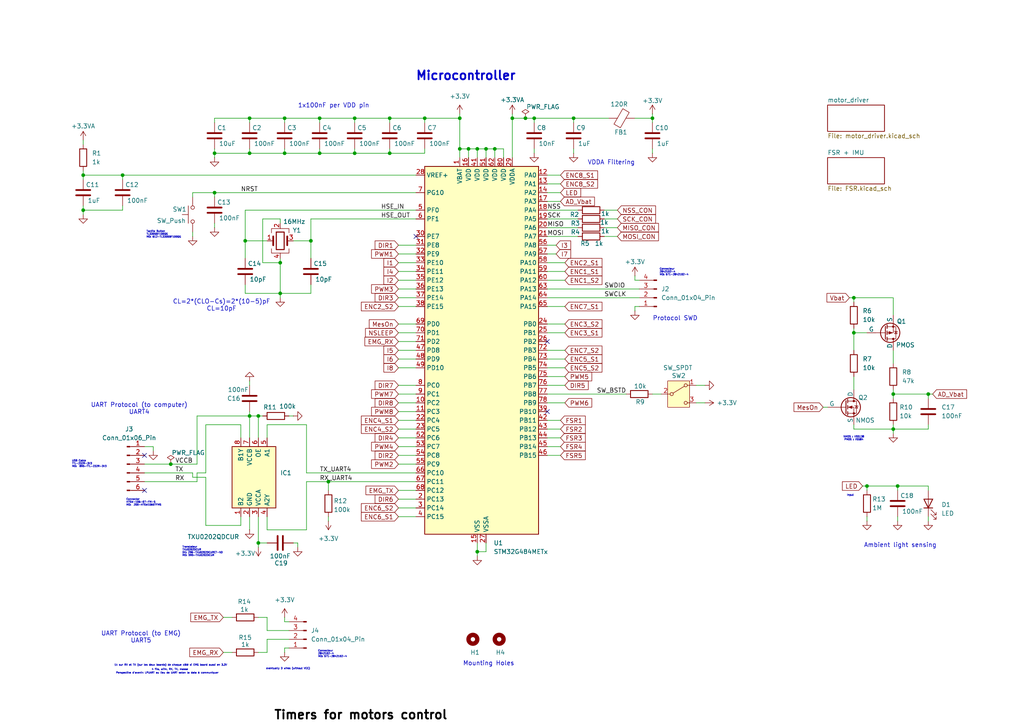
<source format=kicad_sch>
(kicad_sch (version 20250114) (generator "eeschema") (generator_version "9.0")
  (paper "A4")
  (text "1x100nF per VDD pin" (at 96.774 30.734 0) (effects (font (size 1.27 1.27))))
  (text "NMOS : VSS138\nPMOS : VSS84" (at 247.65 127.254 0) (effects (font (size 0.508 0.508))))
  (text "1k sur RX et TX (sur les deux boards) de chaque côté si EMG board aussi en 3.3V" (at 49.53 193.04 0) (effects (font (size 0.508 0.508))))
  (text "UART Protocol (to computer)\nUART4\n" (at 40.386 118.618 0) (effects (font (size 1.27 1.27) (thickness 0.1588))))
  (text "ADC3_IN1 : PB1 (1)\nADC3_IN2 : PE9\nADC3_IN3 : PE13\nADC3_IN4 : PE7\nADC3_IN5 : PB13\nADC3_IN6 : PE8 (4, 5)\nADC3_IN7 : PD10 (4, 5)\nADC3_IN12 : PB0 (1)\nADC3_IN14 : PE10 (4, 5)\nADC3_IN15 : PE11 (4, 5)\nADC3_IN16 : PE12 (4, 5)" (at 139.954 259.334 0) (effects (font (size 1.27 1.27)) (justify left)))
  (text "Mounting Holes" (at 141.732 192.532 0) (effects (font (size 1.27 1.27) (thickness 0.1588))))
  (text "ADC2_IN1 : PA0 (1)\nADC2_IN2 : PA1 (1)\nADC2_IN3 : PA6\nADC2_IN4 : PA7\nADC2_IN5 : PC4\nADC2_IN6 : PC0 (1)\nADC2_IN7 : PC1 (1)\nADC2_IN8 : PC2 (1)\nADC2_IN9 : PC3 (1)\nADC2_IN10 : PF1\nADC2_IN11 : PC5\nADC2_IN12 : PB2\nADC2_IN13 : PA5\nADC2_IN14 : PB11 (1)\nADC2_IN15 : PB15 (4)\nADC2_IN17 : PA4" (at 108.458 264.922 0) (effects (font (size 1.27 1.27)) (justify left)))
  (text "USB Cable\nTTL-232R-3V3 \nMO:  895-TTL-232R-3V3 " (at 20.828 134.62 0) (effects (font (size 0.508 0.508)) (justify left)))
  (text "Timers for motors control" (at 104.648 207.518 0) (effects (font (size 2.54 2.54) (thickness 0.508) (bold yes))))
  (text "ADC4_IN1 : PE14\nADC4_IN2 : PE15\nADC4_IN3 : PB12 (1)\nADC4_IN4 : PB14 (1)\nADC4_IN5 : PB15 (2)\nADC4_IN6 : PE8 (3, 5)\nADC4_IN7 : PD10 (3, 5)\nADC4_IN12 : PD8 (5)\nADC4_IN13 : PD9 (5)\nADC4_IN14 : PE10 (3, 5)\nADC4_IN15 : PE11 (3, 5)\nADC4_IN16 : PE12 (3, 5)" (at 172.212 260.604 0) (effects (font (size 1.27 1.27)) (justify left)))
  (text "Translateur\nTXU0202DCUR\nDK: 296-TXU0202DCURCT-ND\nMO: 595-TXU0202DCUR " (at 52.832 160.02 0) (effects (font (size 0.508 0.508)) (justify left)))
  (text "TIM2 (32 bits): CH1 (PA0, PA5, PA15), CH2 (PA1, PB3)\nTIM5 (32 bits) : CH1 (PA0, PB2), CH2 (PA1, PC12)\n\nTIM3 (16 bits): CH1 (PA6, PC6, PB4), CH2 (PA4, PA7, PC7, PB5)\nTIM4 (16 bits): CH1 (PA11, PB6), CH2 (PA12, PB7)" (at 79.502 233.426 0) (effects (font (size 1.27 1.27) (thickness 0.1588)) (justify left)))
  (text "VDDA Filtering" (at 177.292 47.244 0) (effects (font (size 1.27 1.27))))
  (text "ADC1_IN1 : PA0 (2)\nADC1_IN2 : PA1 (2)\nADC1_IN3 : PA2\nADC1_IN4 : PA3\nADC1_IN5 : PB14 (4)\nADC1_IN6 : PC0 (2)\nADC1_IN7 : PC1 (2)\nADC1_IN8 : PC2 (2)\nADC1_IN9 : PC3 (2)\nADC1_IN10 : PF0\nADC1_IN11 : PB12 (4)\nADC1_IN12 : PB1 (3)\nADC1_IN14 : PB11 (2)\nADC1_IN15 : PB0 (3)" (at 80.01 263.144 0) (effects (font (size 1.27 1.27) (thickness 0.1588)) (justify left)))
  (text "Connecteur\n2842102-4\nMO: 571-2842102-4\n" (at 92.202 189.738 0) (effects (font (size 0.508 0.508)) (justify left)))
  (text "eventually 3 wires (without VCC)" (at 83.566 194.056 0) (effects (font (size 0.508 0.508))))
  (text "TIMER 1 : CH1 (PC0, PE9, PA8), CH2 (PC1, PE11, PA9), CH3 (PC2, PE13, PA10), CH4 (PC3, PE14, PA11)\nTIMER 8 : CH1 (PC6, PA15, PB6), CH2 (PC7, PA14, PB8), CH3 (PC8, PB9), CH4 (PC9, PD1)" (at 80.01 213.106 0) (effects (font (size 1.27 1.27) (thickness 0.254) (bold yes)) (justify left)))
  (text "Microcontroller" (at 135.128 22.098 0) (effects (font (size 2.54 2.54) (thickness 0.508) (bold yes))))
  (text "\nADC5_IN1 : PA8\nADC5_IN2 : PA9\nADC5_IN6 : PE8 (3, 4)\nADC5_IN7 : PD10 (3, 4)\nADC5_IN12 : PD8 (4)\nADC5_IN13 : PD9 (4)\nADC5_IN14 : PE10 (3, 4)\nADC5_IN15 : PE11 (3, 4)\nADC5_IN16 : PE12 (3, 4)\n\n\n" (at 204.978 257.302 0) (effects (font (size 1.27 1.27)) (justify left)))
  (text "CL=2*(CLO-Cs)=2*(10-5)pF\nCL=10pF" (at 64.262 88.646 0) (effects (font (size 1.27 1.27))))
  (text "Tactile Button\nTL3305BF100QG \nMO: 612-TL3305BF100QG" (at 42.418 68.072 0) (effects (font (size 0.508 0.508)) (justify left)))
  (text "Perspective d'avenir: LPUART au lieu de UART selon la data à communiquer" (at 48.514 195.326 0) (effects (font (size 0.508 0.508))))
  (text "4 fils, alim, RX, TX, masse" (at 49.276 194.31 0) (effects (font (size 0.508 0.508))))
  (text "ADC pins" (at 88.138 245.618 0) (effects (font (size 2.54 2.54) (thickness 0.508) (bold yes))))
  (text "UART Protocol (to EMG)\nUART5\n\n" (at 40.894 185.928 0) (effects (font (size 1.27 1.27) (thickness 0.1588))))
  (text "Input\n" (at 246.634 143.764 0) (effects (font (size 0.508 0.508))))
  (text "Connecteur\n2842102-4\nMO: 571-2842102-4\n" (at 191.262 78.994 0) (effects (font (size 0.508 0.508)) (justify left)))
  (text "Timers for encoders" (at 99.06 225.044 0) (effects (font (size 2.54 2.54) (thickness 0.508) (bold yes))))
  (text "Ambient light sensing" (at 261.112 158.242 0) (effects (font (size 1.27 1.27) (thickness 0.1588))))
  (text "Connector\nHTSW-106-07-FM-S \nMO:  200-HTSW10607FMS " (at 36.576 145.796 0) (effects (font (size 0.508 0.508)) (justify left)))
  (text "Protocol SWD" (at 195.834 92.456 0) (effects (font (size 1.27 1.27))))
  (junction (at 62.23 55.88))
  (junction (at 92.71 44.45))
  (junction (at 72.39 44.45))
  (junction (at 82.55 34.29))
  (junction (at 113.03 34.29))
  (junction (at 140.97 43.18))
  (junction (at 72.39 34.29))
  (junction (at 81.28 76.2))
  (junction (at 143.51 43.18))
  (junction (at 81.28 85.09))
  (junction (at 90.17 69.85))
  (junction (at 102.87 34.29))
  (junction (at 154.94 34.29))
  (junction (at 148.59 34.29))
  (junction (at 74.93 157.48))
  (junction (at 166.37 34.29))
  (junction (at 92.71 34.29))
  (junction (at 62.23 44.45))
  (junction (at 259.08 124.46))
  (junction (at 260.35 140.97))
  (junction (at 135.89 43.18))
  (junction (at 24.13 60.96))
  (junction (at 49.53 134.62))
  (junction (at 74.93 120.65))
  (junction (at 251.46 140.97))
  (junction (at 269.24 114.3))
  (junction (at 113.03 44.45))
  (junction (at 123.19 34.29))
  (junction (at 102.87 44.45))
  (junction (at 24.13 50.8))
  (junction (at 138.43 160.02))
  (junction (at 82.55 44.45))
  (junction (at 247.65 86.36))
  (junction (at 95.25 139.7))
  (junction (at 259.08 114.3))
  (junction (at 133.35 34.29))
  (junction (at 133.35 43.18))
  (junction (at 35.56 50.8))
  (junction (at 71.12 69.85))
  (junction (at 138.43 43.18))
  (junction (at 152.4 34.29))
  (junction (at 247.65 96.52))
  (junction (at 72.39 120.65))
  (junction (at 189.23 34.29))
  (no_connect (at 158.75 99.06))
  (no_connect (at 41.91 142.24))
  (no_connect (at 158.75 119.38))
  (no_connect (at 120.65 68.58))
  (no_connect (at 41.91 132.08))
  (wire (pts (xy 35.56 50.8) (xy 35.56 52.07)))
  (wire (pts (xy 247.65 95.25) (xy 247.65 96.52)))
  (wire (pts (xy 82.55 44.45) (xy 72.39 44.45)))
  (wire (pts (xy 154.94 44.45) (xy 154.94 43.18)))
  (wire (pts (xy 146.05 43.18) (xy 143.51 43.18)))
  (wire (pts (xy 115.57 101.6) (xy 120.65 101.6)))
  (wire (pts (xy 115.57 114.3) (xy 120.65 114.3)))
  (wire (pts (xy 140.97 157.48) (xy 140.97 160.02)))
  (wire (pts (xy 148.59 33.02) (xy 148.59 34.29)))
  (wire (pts (xy 115.57 78.74) (xy 120.65 78.74)))
  (wire (pts (xy 123.19 34.29) (xy 123.19 35.56)))
  (wire (pts (xy 35.56 59.69) (xy 35.56 60.96)))
  (wire (pts (xy 269.24 140.97) (xy 260.35 140.97)))
  (wire (pts (xy 154.94 34.29) (xy 166.37 34.29)))
  (wire (pts (xy 158.75 78.74) (xy 163.83 78.74)))
  (wire (pts (xy 85.09 69.85) (xy 90.17 69.85)))
  (wire (pts (xy 24.13 60.96) (xy 24.13 62.23)))
  (wire (pts (xy 81.28 85.09) (xy 81.28 86.36)))
  (wire (pts (xy 135.89 43.18) (xy 135.89 45.72)))
  (wire (pts (xy 161.29 71.12) (xy 158.75 71.12)))
  (wire (pts (xy 247.65 124.46) (xy 259.08 124.46)))
  (wire (pts (xy 86.36 157.48) (xy 86.36 158.75)))
  (wire (pts (xy 115.57 134.62) (xy 120.65 134.62)))
  (wire (pts (xy 62.23 34.29) (xy 72.39 34.29)))
  (wire (pts (xy 77.47 153.67) (xy 88.9 153.67)))
  (wire (pts (xy 115.57 81.28) (xy 120.65 81.28)))
  (wire (pts (xy 269.24 115.57) (xy 269.24 114.3)))
  (wire (pts (xy 158.75 76.2) (xy 163.83 76.2)))
  (wire (pts (xy 90.17 63.5) (xy 120.65 63.5)))
  (wire (pts (xy 189.23 34.29) (xy 189.23 35.56)))
  (wire (pts (xy 158.75 73.66) (xy 161.29 73.66)))
  (wire (pts (xy 123.19 34.29) (xy 133.35 34.29)))
  (wire (pts (xy 140.97 160.02) (xy 138.43 160.02)))
  (wire (pts (xy 246.38 86.36) (xy 247.65 86.36)))
  (wire (pts (xy 115.57 129.54) (xy 120.65 129.54)))
  (wire (pts (xy 55.88 55.88) (xy 62.23 55.88)))
  (wire (pts (xy 166.37 43.18) (xy 166.37 44.45)))
  (wire (pts (xy 82.55 35.56) (xy 82.55 34.29)))
  (wire (pts (xy 88.9 139.7) (xy 95.25 139.7)))
  (wire (pts (xy 82.55 43.18) (xy 82.55 44.45)))
  (wire (pts (xy 163.83 106.68) (xy 158.75 106.68)))
  (wire (pts (xy 82.55 180.34) (xy 82.55 179.07)))
  (wire (pts (xy 83.82 187.96) (xy 82.55 187.96)))
  (wire (pts (xy 92.71 43.18) (xy 92.71 44.45)))
  (wire (pts (xy 85.09 157.48) (xy 86.36 157.48)))
  (wire (pts (xy 140.97 43.18) (xy 140.97 45.72)))
  (wire (pts (xy 95.25 139.7) (xy 95.25 142.24)))
  (wire (pts (xy 189.23 114.3) (xy 191.77 114.3)))
  (wire (pts (xy 55.88 138.43) (xy 55.88 137.16)))
  (wire (pts (xy 115.57 124.46) (xy 120.65 124.46)))
  (wire (pts (xy 72.39 120.65) (xy 72.39 127)))
  (wire (pts (xy 143.51 43.18) (xy 140.97 43.18)))
  (wire (pts (xy 115.57 88.9) (xy 120.65 88.9)))
  (wire (pts (xy 62.23 64.77) (xy 62.23 66.04)))
  (wire (pts (xy 49.53 134.62) (xy 57.15 134.62)))
  (wire (pts (xy 166.37 34.29) (xy 176.53 34.29)))
  (wire (pts (xy 120.65 50.8) (xy 35.56 50.8)))
  (wire (pts (xy 71.12 60.96) (xy 71.12 69.85)))
  (wire (pts (xy 74.93 157.48) (xy 77.47 157.48)))
  (wire (pts (xy 115.57 71.12) (xy 120.65 71.12)))
  (wire (pts (xy 247.65 96.52) (xy 251.46 96.52)))
  (wire (pts (xy 41.91 134.62) (xy 49.53 134.62)))
  (wire (pts (xy 115.57 99.06) (xy 120.65 99.06)))
  (wire (pts (xy 259.08 113.03) (xy 259.08 114.3)))
  (wire (pts (xy 72.39 43.18) (xy 72.39 44.45)))
  (wire (pts (xy 115.57 83.82) (xy 120.65 83.82)))
  (wire (pts (xy 115.57 86.36) (xy 120.65 86.36)))
  (wire (pts (xy 35.56 50.8) (xy 24.13 50.8)))
  (wire (pts (xy 115.57 127) (xy 120.65 127)))
  (wire (pts (xy 259.08 123.19) (xy 259.08 124.46)))
  (wire (pts (xy 184.15 81.28) (xy 185.42 81.28)))
  (wire (pts (xy 59.69 152.4) (xy 59.69 138.43)))
  (wire (pts (xy 41.91 139.7) (xy 57.15 139.7)))
  (wire (pts (xy 133.35 43.18) (xy 135.89 43.18)))
  (wire (pts (xy 247.65 86.36) (xy 247.65 87.63)))
  (wire (pts (xy 158.75 129.54) (xy 162.56 129.54)))
  (wire (pts (xy 83.82 185.42) (xy 77.47 185.42)))
  (wire (pts (xy 133.35 34.29) (xy 133.35 43.18)))
  (wire (pts (xy 158.75 116.84) (xy 163.83 116.84)))
  (wire (pts (xy 83.82 180.34) (xy 82.55 180.34)))
  (wire (pts (xy 74.93 189.23) (xy 77.47 189.23)))
  (wire (pts (xy 269.24 114.3) (xy 259.08 114.3)))
  (wire (pts (xy 154.94 34.29) (xy 154.94 35.56)))
  (wire (pts (xy 247.65 109.22) (xy 247.65 113.03)))
  (wire (pts (xy 143.51 45.72) (xy 143.51 43.18)))
  (wire (pts (xy 24.13 59.69) (xy 24.13 60.96)))
  (wire (pts (xy 69.85 152.4) (xy 59.69 152.4)))
  (wire (pts (xy 163.83 104.14) (xy 158.75 104.14)))
  (wire (pts (xy 115.57 144.78) (xy 120.65 144.78)))
  (wire (pts (xy 259.08 124.46) (xy 269.24 124.46)))
  (wire (pts (xy 59.69 137.16) (xy 57.15 137.16)))
  (wire (pts (xy 158.75 109.22) (xy 163.83 109.22)))
  (wire (pts (xy 189.23 33.02) (xy 189.23 34.29)))
  (wire (pts (xy 123.19 44.45) (xy 113.03 44.45)))
  (wire (pts (xy 138.43 43.18) (xy 138.43 45.72)))
  (wire (pts (xy 102.87 43.18) (xy 102.87 44.45)))
  (wire (pts (xy 250.19 140.97) (xy 251.46 140.97)))
  (wire (pts (xy 158.75 93.98) (xy 163.83 93.98)))
  (wire (pts (xy 175.26 60.96) (xy 179.07 60.96)))
  (wire (pts (xy 24.13 40.64) (xy 24.13 41.91)))
  (wire (pts (xy 115.57 106.68) (xy 120.65 106.68)))
  (wire (pts (xy 158.75 121.92) (xy 162.56 121.92)))
  (wire (pts (xy 162.56 55.88) (xy 158.75 55.88)))
  (wire (pts (xy 90.17 69.85) (xy 90.17 74.93)))
  (wire (pts (xy 115.57 119.38) (xy 120.65 119.38)))
  (wire (pts (xy 238.76 118.11) (xy 240.03 118.11)))
  (wire (pts (xy 82.55 34.29) (xy 92.71 34.29)))
  (wire (pts (xy 74.93 120.65) (xy 74.93 127)))
  (wire (pts (xy 76.2 63.5) (xy 76.2 76.2)))
  (wire (pts (xy 90.17 82.55) (xy 90.17 85.09)))
  (wire (pts (xy 162.56 58.42) (xy 158.75 58.42)))
  (wire (pts (xy 123.19 43.18) (xy 123.19 44.45)))
  (wire (pts (xy 163.83 101.6) (xy 158.75 101.6)))
  (wire (pts (xy 259.08 91.44) (xy 259.08 86.36)))
  (wire (pts (xy 71.12 85.09) (xy 81.28 85.09)))
  (wire (pts (xy 269.24 142.24) (xy 269.24 140.97)))
  (wire (pts (xy 62.23 35.56) (xy 62.23 34.29)))
  (wire (pts (xy 269.24 123.19) (xy 269.24 124.46)))
  (wire (pts (xy 166.37 34.29) (xy 166.37 35.56)))
  (wire (pts (xy 62.23 55.88) (xy 62.23 57.15)))
  (wire (pts (xy 41.91 137.16) (xy 55.88 137.16)))
  (wire (pts (xy 44.45 129.54) (xy 44.45 130.81)))
  (wire (pts (xy 148.59 34.29) (xy 152.4 34.29)))
  (wire (pts (xy 158.75 124.46) (xy 162.56 124.46)))
  (wire (pts (xy 102.87 34.29) (xy 113.03 34.29)))
  (wire (pts (xy 59.69 138.43) (xy 55.88 138.43)))
  (wire (pts (xy 92.71 44.45) (xy 82.55 44.45)))
  (wire (pts (xy 259.08 101.6) (xy 259.08 105.41)))
  (wire (pts (xy 189.23 43.18) (xy 189.23 44.45)))
  (wire (pts (xy 62.23 43.18) (xy 62.23 44.45)))
  (wire (pts (xy 90.17 69.85) (xy 90.17 63.5)))
  (wire (pts (xy 88.9 123.19) (xy 77.47 123.19)))
  (wire (pts (xy 59.69 137.16) (xy 59.69 123.19)))
  (wire (pts (xy 55.88 67.31) (xy 55.88 68.58)))
  (wire (pts (xy 62.23 44.45) (xy 62.23 45.72)))
  (wire (pts (xy 158.75 63.5) (xy 167.64 63.5)))
  (wire (pts (xy 74.93 149.86) (xy 74.93 157.48)))
  (wire (pts (xy 77.47 182.88) (xy 77.47 179.07)))
  (wire (pts (xy 77.47 149.86) (xy 77.47 153.67)))
  (wire (pts (xy 163.83 88.9) (xy 158.75 88.9)))
  (wire (pts (xy 88.9 137.16) (xy 88.9 123.19)))
  (wire (pts (xy 115.57 93.98) (xy 120.65 93.98)))
  (wire (pts (xy 64.77 189.23) (xy 67.31 189.23)))
  (wire (pts (xy 269.24 114.3) (xy 270.51 114.3)))
  (wire (pts (xy 95.25 139.7) (xy 120.65 139.7)))
  (wire (pts (xy 184.15 34.29) (xy 189.23 34.29)))
  (wire (pts (xy 90.17 85.09) (xy 81.28 85.09)))
  (wire (pts (xy 201.93 111.76) (xy 204.47 111.76)))
  (wire (pts (xy 83.82 120.65) (xy 85.09 120.65)))
  (wire (pts (xy 115.57 104.14) (xy 120.65 104.14)))
  (wire (pts (xy 95.25 149.86) (xy 95.25 151.13)))
  (wire (pts (xy 71.12 69.85) (xy 77.47 69.85)))
  (wire (pts (xy 158.75 81.28) (xy 163.83 81.28)))
  (wire (pts (xy 138.43 157.48) (xy 138.43 160.02)))
  (wire (pts (xy 69.85 123.19) (xy 69.85 127)))
  (wire (pts (xy 72.39 149.86) (xy 72.39 153.67)))
  (wire (pts (xy 115.57 111.76) (xy 120.65 111.76)))
  (wire (pts (xy 57.15 137.16) (xy 57.15 139.7)))
  (wire (pts (xy 59.69 123.19) (xy 69.85 123.19)))
  (wire (pts (xy 74.93 120.65) (xy 72.39 120.65)))
  (wire (pts (xy 113.03 43.18) (xy 113.03 44.45)))
  (wire (pts (xy 24.13 50.8) (xy 24.13 52.07)))
  (wire (pts (xy 251.46 149.86) (xy 251.46 151.13)))
  (wire (pts (xy 158.75 68.58) (xy 167.64 68.58)))
  (wire (pts (xy 163.83 111.76) (xy 158.75 111.76)))
  (wire (pts (xy 76.2 76.2) (xy 81.28 76.2)))
  (wire (pts (xy 152.4 34.29) (xy 154.94 34.29)))
  (wire (pts (xy 77.47 179.07) (xy 74.93 179.07)))
  (wire (pts (xy 158.75 127) (xy 162.56 127)))
  (wire (pts (xy 113.03 34.29) (xy 123.19 34.29)))
  (wire (pts (xy 115.57 73.66) (xy 120.65 73.66)))
  (wire (pts (xy 102.87 35.56) (xy 102.87 34.29)))
  (wire (pts (xy 71.12 60.96) (xy 120.65 60.96)))
  (wire (pts (xy 175.26 63.5) (xy 179.07 63.5)))
  (wire (pts (xy 88.9 139.7) (xy 88.9 153.67)))
  (wire (pts (xy 146.05 45.72) (xy 146.05 43.18)))
  (wire (pts (xy 77.47 185.42) (xy 77.47 189.23)))
  (wire (pts (xy 162.56 53.34) (xy 158.75 53.34)))
  (wire (pts (xy 247.65 123.19) (xy 247.65 124.46)))
  (wire (pts (xy 35.56 60.96) (xy 24.13 60.96)))
  (wire (pts (xy 102.87 44.45) (xy 92.71 44.45)))
  (wire (pts (xy 260.35 149.86) (xy 260.35 151.13)))
  (wire (pts (xy 148.59 34.29) (xy 148.59 45.72)))
  (wire (pts (xy 81.28 76.2) (xy 81.28 85.09)))
  (wire (pts (xy 72.39 111.76) (xy 72.39 110.49)))
  (wire (pts (xy 113.03 34.29) (xy 113.03 35.56)))
  (wire (pts (xy 259.08 86.36) (xy 247.65 86.36)))
  (wire (pts (xy 158.75 83.82) (xy 185.42 83.82)))
  (wire (pts (xy 247.65 96.52) (xy 247.65 101.6)))
  (wire (pts (xy 158.75 132.08) (xy 162.56 132.08)))
  (wire (pts (xy 115.57 142.24) (xy 120.65 142.24)))
  (wire (pts (xy 175.26 68.58) (xy 179.07 68.58)))
  (wire (pts (xy 175.26 66.04) (xy 179.07 66.04)))
  (wire (pts (xy 92.71 34.29) (xy 102.87 34.29)))
  (wire (pts (xy 88.9 137.16) (xy 120.65 137.16)))
  (wire (pts (xy 185.42 88.9) (xy 184.15 88.9)))
  (wire (pts (xy 138.43 43.18) (xy 140.97 43.18)))
  (wire (pts (xy 72.39 34.29) (xy 82.55 34.29)))
  (wire (pts (xy 81.28 63.5) (xy 76.2 63.5)))
  (wire (pts (xy 71.12 69.85) (xy 71.12 74.93)))
  (wire (pts (xy 158.75 66.04) (xy 167.64 66.04)))
  (wire (pts (xy 24.13 49.53) (xy 24.13 50.8)))
  (wire (pts (xy 113.03 44.45) (xy 102.87 44.45)))
  (wire (pts (xy 72.39 120.65) (xy 57.15 120.65)))
  (wire (pts (xy 260.35 140.97) (xy 251.46 140.97)))
  (wire (pts (xy 55.88 57.15) (xy 55.88 55.88)))
  (wire (pts (xy 115.57 149.86) (xy 120.65 149.86)))
  (wire (pts (xy 72.39 35.56) (xy 72.39 34.29)))
  (wire (pts (xy 259.08 124.46) (xy 259.08 125.73)))
  (wire (pts (xy 158.75 96.52) (xy 163.83 96.52)))
  (wire (pts (xy 74.93 158.75) (xy 74.93 157.48)))
  (wire (pts (xy 41.91 129.54) (xy 44.45 129.54)))
  (wire (pts (xy 260.35 140.97) (xy 260.35 142.24)))
  (wire (pts (xy 57.15 120.65) (xy 57.15 134.62)))
  (wire (pts (xy 62.23 55.88) (xy 120.65 55.88)))
  (wire (pts (xy 115.57 121.92) (xy 120.65 121.92)))
  (wire (pts (xy 82.55 187.96) (xy 82.55 189.23)))
  (wire (pts (xy 72.39 44.45) (xy 62.23 44.45)))
  (wire (pts (xy 92.71 35.56) (xy 92.71 34.29)))
  (wire (pts (xy 133.35 43.18) (xy 133.35 45.72)))
  (wire (pts (xy 133.35 33.02) (xy 133.35 34.29)))
  (wire (pts (xy 158.75 86.36) (xy 185.42 86.36)))
  (wire (pts (xy 72.39 119.38) (xy 72.39 120.65)))
  (wire (pts (xy 115.57 76.2) (xy 120.65 76.2)))
  (wire (pts (xy 201.93 116.84) (xy 204.47 116.84)))
  (wire (pts (xy 138.43 160.02) (xy 138.43 161.29)))
  (wire (pts (xy 69.85 149.86) (xy 69.85 152.4)))
  (wire (pts (xy 83.82 182.88) (xy 77.47 182.88)))
  (wire (pts (xy 81.28 74.93) (xy 81.28 76.2)))
  (wire (pts (xy 115.57 116.84) (xy 120.65 116.84)))
  (wire (pts (xy 269.24 149.86) (xy 269.24 151.13)))
  (wire (pts (xy 74.93 120.65) (xy 76.2 120.65)))
  (wire (pts (xy 115.57 96.52) (xy 120.65 96.52)))
  (wire (pts (xy 158.75 60.96) (xy 167.64 60.96)))
  (wire (pts (xy 158.75 114.3) (xy 181.61 114.3)))
  (wire (pts (xy 184.15 88.9) (xy 184.15 90.17)))
  (wire (pts (xy 162.56 50.8) (xy 158.75 50.8)))
  (wire (pts (xy 251.46 140.97) (xy 251.46 142.24)))
  (wire (pts (xy 135.89 43.18) (xy 138.43 43.18)))
  (wire (pts (xy 71.12 82.55) (xy 71.12 85.09)))
  (wire (pts (xy 77.47 123.19) (xy 77.47 127)))
  (wire (pts (xy 115.57 147.32) (xy 120.65 147.32)))
  (wire (pts (xy 81.28 63.5) (xy 81.28 64.77)))
  (wire (pts (xy 64.77 179.07) (xy 67.31 179.07)))
  (wire (pts (xy 115.57 132.08) (xy 120.65 132.08)))
  (wire (pts (xy 259.08 114.3) (xy 259.08 115.57)))
  (wire (pts (xy 184.15 80.01) (xy 184.15 81.28)))
  (label "TX_UART4" (at 92.71 137.16 0) (effects (font (thickness 0.1588))))
  (label "HSE_IN" (at 110.49 60.96 0))
  (label "NRST" (at 69.85 55.88 0))
  (label "RX_UART4" (at 92.71 139.7 0) (effects (font (thickness 0.1588))))
  (label "MOSI" (at 158.75 68.58 0))
  (label "TX" (at 50.8 137.16 0) (effects (font (thickness 0.1588))))
  (label "SWCLK" (at 175.26 86.36 0))
  (label "SCK" (at 158.75 63.5 0))
  (label "MISO" (at 158.75 66.04 0))
  (label "NSS" (at 158.75 60.96 0))
  (label "HSE_OUT" (at 110.49 63.5 0))
  (label "RX" (at 50.8 139.7 0) (effects (font (thickness 0.1588))))
  (label "SWDIO" (at 175.26 83.82 0))
  (label "VCCB" (at 50.8 134.62 0) (effects (font (thickness 0.1588))))
  (label "SW_BSTD" (at 181.61 114.3 180))
  (global_label "MesOn" (shape input) (at 115.57 93.98 180) (property "Intersheetrefs" "${INTERSHEET_REFS}" (effects (hide yes))))
  (global_label "DIR5" (shape input) (at 163.83 111.76 0) (property "Intersheetrefs" "${INTERSHEET_REFS}" (effects (hide yes))))
  (global_label "PWM6" (shape input) (at 163.83 116.84 0) (property "Intersheetrefs" "${INTERSHEET_REFS}" (effects (hide yes))))
  (global_label "MISO_CON" (shape input) (at 179.07 66.04 0) (property "Intersheetrefs" "${INTERSHEET_REFS}" (effects (hide yes))))
  (global_label "LED" (shape input) (at 162.56 55.88 0) (property "Intersheetrefs" "${INTERSHEET_REFS}" (effects (hide yes))))
  (global_label "ENC7_S1" (shape input) (at 163.83 88.9 0) (property "Intersheetrefs" "${INTERSHEET_REFS}" (effects (hide yes))))
  (global_label "FSR3" (shape input) (at 162.56 127 0) (property "Intersheetrefs" "${INTERSHEET_REFS}" (effects (hide yes))))
  (global_label "ENC1_S1" (shape input) (at 163.83 78.74 0) (property "Intersheetrefs" "${INTERSHEET_REFS}" (effects (hide yes))))
  (global_label "ENC7_S2" (shape input) (at 163.83 101.6 0) (property "Intersheetrefs" "${INTERSHEET_REFS}" (effects (hide yes))))
  (global_label "I1" (shape input) (at 115.57 76.2 180) (property "Intersheetrefs" "${INTERSHEET_REFS}" (effects (hide yes))))
  (global_label "DIR1" (shape input) (at 115.57 71.12 180) (property "Intersheetrefs" "${INTERSHEET_REFS}" (effects (hide yes))))
  (global_label "ENC8_S2" (shape input) (at 162.56 53.34 0) (property "Intersheetrefs" "${INTERSHEET_REFS}" (effects (hide yes))))
  (global_label "EMG_RX" (shape input) (at 64.77 189.23 180) (property "Intersheetrefs" "${INTERSHEET_REFS}" (effects (hide yes))))
  (global_label "PWM2" (shape input) (at 115.57 134.62 180) (property "Intersheetrefs" "${INTERSHEET_REFS}" (effects (hide yes))))
  (global_label "ENC2_S1" (shape input) (at 163.83 76.2 0) (property "Intersheetrefs" "${INTERSHEET_REFS}" (effects (hide yes))))
  (global_label "DIR6" (shape input) (at 115.57 144.78 180) (property "Intersheetrefs" "${INTERSHEET_REFS}" (effects (hide yes))))
  (global_label "I6" (shape input) (at 115.57 104.14 180) (property "Intersheetrefs" "${INTERSHEET_REFS}" (effects (hide yes))))
  (global_label "ENC3_S1" (shape input) (at 163.83 96.52 0) (property "Intersheetrefs" "${INTERSHEET_REFS}" (effects (hide yes))))
  (global_label "I8" (shape input) (at 115.57 106.68 180) (property "Intersheetrefs" "${INTERSHEET_REFS}" (effects (hide yes))))
  (global_label "ENC1_S2" (shape input) (at 163.83 81.28 0) (property "Intersheetrefs" "${INTERSHEET_REFS}" (effects (hide yes))))
  (global_label "I2" (shape input) (at 115.57 81.28 180) (property "Intersheetrefs" "${INTERSHEET_REFS}" (effects (hide yes))))
  (global_label "SCK_CON" (shape input) (at 179.07 63.5 0) (property "Intersheetrefs" "${INTERSHEET_REFS}" (effects (hide yes))))
  (global_label "I7" (shape input) (at 161.29 73.66 0) (property "Intersheetrefs" "${INTERSHEET_REFS}" (effects (hide yes))))
  (global_label "NSS_CON" (shape input) (at 179.07 60.96 0) (property "Intersheetrefs" "${INTERSHEET_REFS}" (effects (hide yes))))
  (global_label "ENC5_S2" (shape input) (at 163.83 106.68 0) (property "Intersheetrefs" "${INTERSHEET_REFS}" (effects (hide yes))))
  (global_label "DIR4" (shape input) (at 115.57 127 180) (property "Intersheetrefs" "${INTERSHEET_REFS}" (effects (hide yes))))
  (global_label "FSR1" (shape input) (at 162.56 121.92 0) (property "Intersheetrefs" "${INTERSHEET_REFS}" (effects (hide yes))))
  (global_label "ENC2_S2" (shape input) (at 115.57 88.9 180) (property "Intersheetrefs" "${INTERSHEET_REFS}" (effects (hide yes))))
  (global_label "DIR8" (shape input) (at 115.57 116.84 180) (property "Intersheetrefs" "${INTERSHEET_REFS}" (effects (hide yes))))
  (global_label "ENC6_S2" (shape input) (at 115.57 147.32 180) (property "Intersheetrefs" "${INTERSHEET_REFS}" (effects (hide yes))))
  (global_label "EMG_TX" (shape input) (at 64.77 179.07 180) (property "Intersheetrefs" "${INTERSHEET_REFS}" (effects (hide yes))))
  (global_label "DIR3" (shape input) (at 115.57 86.36 180) (property "Intersheetrefs" "${INTERSHEET_REFS}" (effects (hide yes))))
  (global_label "FSR4" (shape input) (at 162.56 129.54 0) (property "Intersheetrefs" "${INTERSHEET_REFS}" (effects (hide yes))))
  (global_label "DIR2" (shape input) (at 115.57 132.08 180) (property "Intersheetrefs" "${INTERSHEET_REFS}" (effects (hide yes))))
  (global_label "PWM4" (shape input) (at 115.57 129.54 180) (property "Intersheetrefs" "${INTERSHEET_REFS}" (effects (hide yes))))
  (global_label "PWM7" (shape input) (at 115.57 114.3 180) (property "Intersheetrefs" "${INTERSHEET_REFS}" (effects (hide yes))))
  (global_label "ENC4_S2" (shape input) (at 115.57 124.46 180) (property "Intersheetrefs" "${INTERSHEET_REFS}" (effects (hide yes))))
  (global_label "PWM3" (shape input) (at 115.57 83.82 180) (property "Intersheetrefs" "${INTERSHEET_REFS}" (effects (hide yes))))
  (global_label "AD_Vbat" (shape input) (at 162.56 58.42 0) (property "Intersheetrefs" "${INTERSHEET_REFS}" (effects (hide yes))))
  (global_label "PWM5" (shape input) (at 163.83 109.22 0) (property "Intersheetrefs" "${INTERSHEET_REFS}" (effects (hide yes))))
  (global_label "EMG_TX" (shape input) (at 115.57 142.24 180) (property "Intersheetrefs" "${INTERSHEET_REFS}" (effects (hide yes))))
  (global_label "FSR2" (shape input) (at 162.56 124.46 0) (property "Intersheetrefs" "${INTERSHEET_REFS}" (effects (hide yes))))
  (global_label "NSLEEP" (shape input) (at 115.57 96.52 180) (property "Intersheetrefs" "${INTERSHEET_REFS}" (effects (hide yes))))
  (global_label "ENC3_S2" (shape input) (at 163.83 93.98 0) (property "Intersheetrefs" "${INTERSHEET_REFS}" (effects (hide yes))))
  (global_label "DIR7" (shape input) (at 115.57 111.76 180) (property "Intersheetrefs" "${INTERSHEET_REFS}" (effects (hide yes))))
  (global_label "FSR5" (shape input) (at 162.56 132.08 0) (property "Intersheetrefs" "${INTERSHEET_REFS}" (effects (hide yes))))
  (global_label "ENC6_S1" (shape input) (at 115.57 149.86 180) (property "Intersheetrefs" "${INTERSHEET_REFS}" (effects (hide yes))))
  (global_label "I5" (shape input) (at 115.57 101.6 180) (property "Intersheetrefs" "${INTERSHEET_REFS}" (effects (hide yes))))
  (global_label "MOSI_CON" (shape input) (at 179.07 68.58 0) (property "Intersheetrefs" "${INTERSHEET_REFS}" (effects (hide yes))))
  (global_label "ENC5_S1" (shape input) (at 163.83 104.14 0) (property "Intersheetrefs" "${INTERSHEET_REFS}" (effects (hide yes))))
  (global_label "PWM1" (shape input) (at 115.57 73.66 180) (property "Intersheetrefs" "${INTERSHEET_REFS}" (effects (hide yes))))
  (global_label "I4" (shape input) (at 115.57 78.74 180) (property "Intersheetrefs" "${INTERSHEET_REFS}" (effects (hide yes))))
  (global_label "MesOn" (shape input) (at 238.76 118.11 180) (property "Intersheetrefs" "${INTERSHEET_REFS}" (effects (hide yes))))
  (global_label "I3" (shape input) (at 161.29 71.12 0) (property "Intersheetrefs" "${INTERSHEET_REFS}" (effects (hide yes))))
  (global_label "ENC4_S1" (shape input) (at 115.57 121.92 180) (property "Intersheetrefs" "${INTERSHEET_REFS}" (effects (hide yes))))
  (global_label "ENC8_S1" (shape input) (at 162.56 50.8 0) (property "Intersheetrefs" "${INTERSHEET_REFS}" (effects (hide yes))))
  (global_label "AD_Vbat" (shape input) (at 270.51 114.3 0) (property "Intersheetrefs" "${INTERSHEET_REFS}" (effects (hide yes))))
  (global_label "LED" (shape input) (at 250.19 140.97 180) (property "Intersheetrefs" "${INTERSHEET_REFS}" (effects (hide yes))))
  (global_label "PWM8" (shape input) (at 115.57 119.38 180) (property "Intersheetrefs" "${INTERSHEET_REFS}" (effects (hide yes))))
  (global_label "Vbat" (shape input) (at 246.38 86.36 180) (property "Intersheetrefs" "${INTERSHEET_REFS}" (effects (hide yes))))
  (global_label "EMG_RX" (shape input) (at 115.57 99.06 180) (property "Intersheetrefs" "${INTERSHEET_REFS}" (effects (hide yes))))
  (symbol (lib_id "Device:C") (at 92.71 39.37 0) (unit 1)
    (property "Reference" "C4" (at 93.472 37.084 0) (effects (justify left)))
    (property "Value" "100nF" (at 93.98 41.656 0) (effects (justify left)))
    (property "Footprint" "Capacitor_SMD:C_0402_1005Metric" (effects (hide yes)))
    (property "Description" "Unpolarized capacitor" (effects (hide yes)))
  )
  (symbol (lib_id "power:GND") (at 260.35 151.13 0) (unit 1)
    (property "Reference" "#PWR023" (effects (hide yes)))
    (property "Value" "GND" (effects (hide yes)))
    (property "Description" "Power symbol creates a global label with name \"GND\" , ground" (effects (hide yes)))
  )
  (symbol (lib_id "power:+3.3VA") (at 24.13 40.64 0) (unit 1)
    (property "Reference" "#PWR04" (effects (hide yes)))
    (property "Value" "+3.3VA" (at 24.13 36.576 0))
    (property "Description" "Power symbol creates a global label with name \"+3.3VA\"" (effects (hide yes)))
  )
  (symbol (lib_id "Device:C") (at 81.28 157.48 270) (mirror x) (unit 1)
    (property "Reference" "C19" (at 81.534 163.322 90))
    (property "Value" "100nF" (at 81.28 161.29 90))
    (property "Footprint" "Capacitor_SMD:C_0402_1005Metric" (effects (hide yes)))
    (property "Description" "Unpolarized capacitor" (effects (hide yes)))
  )
  (symbol (lib_id "power:GND") (at 184.15 90.17 0) (unit 1)
    (property "Reference" "#PWR014" (effects (hide yes)))
    (property "Value" "GND" (effects (hide yes)))
    (property "Description" "Power symbol creates a global label with name \"GND\" , ground" (effects (hide yes)))
  )
  (symbol (lib_id "Device:C") (at 24.13 55.88 0) (unit 1)
    (property "Reference" "C11" (at 24.892 53.594 0) (effects (justify left)))
    (property "Value" "1uF" (at 25.4 58.166 0) (effects (justify left)))
    (property "Footprint" "Capacitor_SMD:C_0402_1005Metric" (effects (hide yes)))
    (property "Description" "Unpolarized capacitor" (effects (hide yes)))
  )
  (symbol (lib_id "Simulation_SPICE:NMOS") (at 245.11 118.11 0) (unit 1)
    (property "Reference" "Q2" (at 248.92 115.316 0) (effects (justify left)))
    (property "Value" "NMOS" (at 248.158 121.92 0) (effects (justify left)))
    (property "Footprint" "NMOS:SOT95P240X120-3N" (effects (hide yes)))
    (property "Datasheet" "https://ngspice.sourceforge.io/docs/ngspice-html-manual/manual.xhtml#cha_MOSFETs" (effects (hide yes)))
    (property "Description" "N-MOSFET transistor, drain/source/gate" (effects (hide yes)))
    (property "Sim.Device" "NMOS" (effects (hide yes)))
    (property "Sim.Type" "VDMOS" (effects (hide yes)))
    (property "Sim.Pins" "1=D 2=G 3=S" (effects (hide yes)))
  )
  (symbol (lib_id "Device:R") (at 171.45 68.58 90) (mirror x) (unit 1)
    (property "Reference" "R5" (at 169.672 70.612 90))
    (property "Value" "1k" (at 173.736 70.612 90))
    (property "Footprint" "Resistor_SMD:R_0402_1005Metric" (effects (hide yes)))
    (property "Description" "Resistor" (effects (hide yes)))
  )
  (symbol (lib_id "Device:R") (at 71.12 189.23 270) (unit 1)
    (property "Reference" "R15" (at 71.12 184.912 90))
    (property "Value" "1k" (at 71.12 186.944 90))
    (property "Footprint" "Resistor_SMD:R_0402_1005Metric" (effects (hide yes)))
    (property "Description" "Resistor" (effects (hide yes)))
  )
  (symbol (lib_id "Device:C") (at 113.03 39.37 0) (unit 1)
    (property "Reference" "C6" (at 113.792 37.084 0) (effects (justify left)))
    (property "Value" "100nF" (at 114.3 41.656 0) (effects (justify left)))
    (property "Footprint" "Capacitor_SMD:C_0402_1005Metric" (effects (hide yes)))
    (property "Description" "Unpolarized capacitor" (effects (hide yes)))
  )
  (symbol (lib_id "Device:C") (at 82.55 39.37 0) (unit 1)
    (property "Reference" "C3" (at 83.312 37.084 0) (effects (justify left)))
    (property "Value" "100nF" (at 83.82 41.656 0) (effects (justify left)))
    (property "Footprint" "Capacitor_SMD:C_0402_1005Metric" (effects (hide yes)))
    (property "Description" "Unpolarized capacitor" (effects (hide yes)))
  )
  (symbol (lib_id "Device:C") (at 71.12 78.74 0) (unit 1)
    (property "Reference" "C14" (at 71.882 76.454 0) (effects (justify left)))
    (property "Value" "10pF" (at 72.39 81.026 0) (effects (justify left)))
    (property "Footprint" "Capacitor_SMD:C_0402_1005Metric" (effects (hide yes)))
    (property "Description" "Unpolarized capacitor" (effects (hide yes)))
  )
  (symbol (lib_id "Switch:SW_Push") (at 55.88 62.23 90) (mirror x) (unit 1)
    (property "Reference" "SW1" (at 50.038 60.706 90) (effects (justify right)))
    (property "Value" "SW_Push" (at 45.466 64.008 90) (effects (justify right)))
    (property "Footprint" "Button_Switch_SMD:SW_SPST_TL3305B" (effects (hide yes)))
    (property "Description" "Push button switch, generic, two pins" (effects (hide yes)))
  )
  (symbol (lib_id "Device:C") (at 154.94 39.37 0) (unit 1)
    (property "Reference" "C8" (at 155.702 37.084 0) (effects (justify left)))
    (property "Value" "10nF" (at 156.21 41.656 0) (effects (justify left)))
    (property "Footprint" "Capacitor_SMD:C_0402_1005Metric" (effects (hide yes)))
    (property "Description" "Unpolarized capacitor" (effects (hide yes)))
  )
  (symbol (lib_id "power:GND") (at 81.28 86.36 0) (unit 1)
    (property "Reference" "#PWR013" (effects (hide yes)))
    (property "Value" "GND" (effects (hide yes)))
    (property "Description" "Power symbol creates a global label with name \"GND\" , ground" (effects (hide yes)))
  )
  (symbol (lib_id "Device:R") (at 71.12 179.07 270) (unit 1)
    (property "Reference" "R14" (at 70.866 174.498 90))
    (property "Value" "1k" (at 70.866 176.784 90))
    (property "Footprint" "Resistor_SMD:R_0402_1005Metric" (effects (hide yes)))
    (property "Description" "Resistor" (effects (hide yes)))
  )
  (symbol (lib_id "Device:C") (at 102.87 39.37 0) (unit 1)
    (property "Reference" "C5" (at 103.632 37.084 0) (effects (justify left)))
    (property "Value" "100nF" (at 104.14 41.656 0) (effects (justify left)))
    (property "Footprint" "Capacitor_SMD:C_0402_1005Metric" (effects (hide yes)))
    (property "Description" "Unpolarized capacitor" (effects (hide yes)))
  )
  (symbol (lib_id "power:GND") (at 138.43 161.29 0) (unit 1)
    (property "Reference" "#PWR028" (effects (hide yes)))
    (property "Value" "GND" (effects (hide yes)))
    (property "Description" "Power symbol creates a global label with name \"GND\" , ground" (effects (hide yes)))
  )
  (symbol (lib_id "MCU_ST_STM32G4:STM32G484METx") (at 138.43 101.6 0) (unit 1)
    (property "Reference" "U1" (at 143.1641 157.48 0) (effects (justify left)))
    (property "Value" "STM32G484METx" (at 143.1641 160.02 0) (effects (justify left)))
    (property "Footprint" "Package_QFP:LQFP-80_12x12mm_P0.5mm" (effects (hide yes)))
    (property "Datasheet" "https://www.st.com/resource/en/datasheet/stm32g484me.pdf" (effects (hide yes)))
    (property "Description" "STMicroelectronics Arm Cortex-M4 MCU, 512KB flash, 128KB RAM, 170 MHz, 1.71-3.6V, 66 GPIO, LQFP80" (effects (hide yes)))
  )
  (symbol (lib_id "power:GND") (at 269.24 151.13 0) (unit 1)
    (property "Reference" "#PWR024" (effects (hide yes)))
    (property "Value" "GND" (effects (hide yes)))
    (property "Description" "Power symbol creates a global label with name \"GND\" , ground" (effects (hide yes)))
  )
  (symbol (lib_id "Device:R") (at 171.45 60.96 90) (unit 1)
    (property "Reference" "R2" (at 166.624 62.23 90))
    (property "Value" "1k" (at 175.514 61.976 90))
    (property "Footprint" "Resistor_SMD:R_0402_1005Metric" (effects (hide yes)))
    (property "Description" "Resistor" (effects (hide yes)))
  )
  (symbol (lib_id "Device:R") (at 171.45 66.04 90) (unit 1)
    (property "Reference" "R4" (at 166.878 67.31 90))
    (property "Value" "1k" (at 175.514 67.056 90))
    (property "Footprint" "Resistor_SMD:R_0402_1005Metric" (effects (hide yes)))
    (property "Description" "Resistor" (effects (hide yes)))
  )
  (symbol (lib_id "power:+3.3V") (at 184.15 80.01 0) (unit 1)
    (property "Reference" "#PWR012" (effects (hide yes)))
    (property "Value" "+3.3V" (at 184.15 75.946 0))
    (property "Description" "Power symbol creates a global label with name \"+3.3V\"" (effects (hide yes)))
  )
  (symbol (lib_id "Device:C") (at 260.35 146.05 0) (unit 1)
    (property "Reference" "C18" (at 261.112 143.764 0) (effects (justify left)))
    (property "Value" "100nF" (at 261.62 148.336 0) (effects (justify left)))
    (property "Footprint" "Capacitor_SMD:C_0402_1005Metric" (effects (hide yes)))
    (property "Description" "Unpolarized capacitor" (effects (hide yes)))
  )
  (symbol (lib_id "Switch:SW_SPDT") (at 196.85 114.3 0) (unit 1)
    (property "Reference" "SW2" (at 196.85 108.966 0))
    (property "Value" "SW_SPDT" (at 196.596 106.68 0))
    (property "Footprint" "Button_Switch_SMD:SW_SPDT_PCM12" (effects (hide yes)))
    (property "Description" "Switch, single pole double throw" (effects (hide yes)))
  )
  (symbol (lib_id "power:GND") (at 259.08 125.73 0) (unit 1)
    (property "Reference" "#PWR019" (effects (hide yes)))
    (property "Value" "GND" (effects (hide yes)))
    (property "Description" "Power symbol creates a global label with name \"GND\" , ground" (effects (hide yes)))
  )
  (symbol (lib_id "Device:R") (at 259.08 109.22 180) (unit 1)
    (property "Reference" "R8" (at 261.62 107.9499 0) (effects (justify right)))
    (property "Value" "47k" (at 261.62 110.4899 0) (effects (justify right)))
    (property "Footprint" "Resistor_SMD:R_0402_1005Metric" (effects (hide yes)))
    (property "Description" "Resistor" (effects (hide yes)))
  )
  (symbol (lib_id "Device:C") (at 269.24 119.38 0) (unit 1)
    (property "Reference" "C17" (at 273.05 118.1099 0) (effects (justify left)))
    (property "Value" "100nF" (at 273.05 120.6499 0) (effects (justify left)))
    (property "Footprint" "Capacitor_SMD:C_0402_1005Metric" (effects (hide yes)))
    (property "Description" "Unpolarized capacitor" (effects (hide yes)))
  )
  (symbol (lib_id "power:GND") (at 166.37 44.45 0) (unit 1)
    (property "Reference" "#PWR06" (effects (hide yes)))
    (property "Value" "GND" (effects (hide yes)))
    (property "Description" "Power symbol creates a global label with name \"GND\" , ground" (effects (hide yes)))
  )
  (symbol (lib_id "power:GND") (at 204.47 111.76 90) (unit 1)
    (property "Reference" "#PWR016" (effects (hide yes)))
    (property "Value" "GND" (effects (hide yes)))
    (property "Description" "Power symbol creates a global label with name \"GND\" , ground" (effects (hide yes)))
  )
  (symbol (lib_id "power:GND") (at 44.45 130.81 0) (unit 1)
    (property "Reference" "#PWR020" (effects (hide yes)))
    (property "Value" "GND" (effects (hide yes)))
    (property "Description" "Power symbol creates a global label with name \"GND\" , ground" (effects (hide yes)))
  )
  (symbol (lib_id "power:+3.3V") (at 95.25 151.13 180) (unit 1)
    (property "Reference" "#PWR021" (effects (hide yes)))
    (property "Value" "+3.3V" (at 95.25 156.21 0))
    (property "Description" "Power symbol creates a global label with name \"+3.3V\"" (effects (hide yes)))
  )
  (symbol (lib_id "Device:Crystal_GND24") (at 81.28 69.85 0) (unit 1)
    (property "Reference" "Y1" (at 86.106 66.802 0))
    (property "Value" "16MHz" (at 85.344 64.262 0))
    (property "Footprint" "Crystal:Crystal_SMD_3225-4Pin_3.2x2.5mm" (effects (hide yes)))
    (property "Description" "Four pin crystal, GND on pins 2 and 4" (effects (hide yes)))
  )
  (symbol (lib_id "Device:C") (at 62.23 39.37 0) (unit 1)
    (property "Reference" "C1" (at 62.992 37.084 0) (effects (justify left)))
    (property "Value" "10uF" (at 63.5 41.656 0) (effects (justify left)))
    (property "Footprint" "Capacitor_SMD:C_0805_2012Metric" (effects (hide yes)))
    (property "Description" "Unpolarized capacitor" (effects (hide yes)))
  )
  (symbol (lib_id "power:GND") (at 251.46 151.13 0) (unit 1)
    (property "Reference" "#PWR022" (effects (hide yes)))
    (property "Value" "GND" (effects (hide yes)))
    (property "Description" "Power symbol creates a global label with name \"GND\" , ground" (effects (hide yes)))
  )
  (symbol (lib_id "Simulation_SPICE:PMOS") (at 256.54 96.52 0) (mirror x) (unit 1)
    (property "Reference" "Q1" (at 260.096 93.218 0) (effects (justify left)))
    (property "Value" "PMOS" (at 259.842 100.076 0) (effects (justify left)))
    (property "Footprint" "PMOS:SOT95P240X120-3N" (effects (hide yes)))
    (property "Datasheet" "https://ngspice.sourceforge.io/docs/ngspice-html-manual/manual.xhtml#cha_MOSFETs" (effects (hide yes)))
    (property "Description" "P-MOSFET transistor, drain/source/gate" (effects (hide yes)))
    (property "Sim.Device" "PMOS" (effects (hide yes)))
    (property "Sim.Type" "VDMOS" (effects (hide yes)))
    (property "Sim.Pins" "1=D 2=G 3=S" (effects (hide yes)))
  )
  (symbol (lib_id "Mechanical:MountingHole") (at 137.16 185.42 0) (unit 1) (exclude_from_sim yes) (in_bom no)
    (property "Reference" "H1" (at 136.398 189.23 0) (effects (justify left)))
    (property "Value" "MountingHole" (effects (hide yes)))
    (property "Footprint" "MountingHole:MountingHole_2.2mm_M2" (effects (hide yes)))
    (property "Description" "Mounting Hole without connection" (effects (hide yes)))
  )
  (symbol (lib_id "power:PWR_FLAG") (at 49.53 134.62 0) (unit 1)
    (property "Reference" "#FLG02" (effects (hide yes)))
    (property "Value" "PWR_FLAG" (at 54.61 131.318 0))
    (property "Description" "Special symbol for telling ERC where power comes from" (effects (hide yes)))
  )
  (symbol (lib_id "power:GND") (at 24.13 62.23 0) (unit 1)
    (property "Reference" "#PWR09" (effects (hide yes)))
    (property "Value" "GND" (effects (hide yes)))
    (property "Description" "Power symbol creates a global label with name \"GND\" , ground" (effects (hide yes)))
  )
  (symbol (lib_id "power:+3.3VA") (at 148.59 33.02 0) (unit 1)
    (property "Reference" "#PWR02" (effects (hide yes)))
    (property "Value" "+3.3VA" (at 148.59 28.956 0))
    (property "Description" "Power symbol creates a global label with name \"+3.3VA\"" (effects (hide yes)))
  )
  (symbol (lib_id "power:+3.3V") (at 82.55 179.07 0) (unit 1)
    (property "Reference" "#PWR029" (effects (hide yes)))
    (property "Value" "+3.3V" (at 82.55 173.99 0))
    (property "Description" "Power symbol creates a global label with name \"+3.3V\"" (effects (hide yes)))
  )
  (symbol (lib_id "Device:FerriteBead") (at 180.34 34.29 90) (unit 1)
    (property "Reference" "FB1" (at 180.086 38.354 90))
    (property "Value" "120R" (at 179.578 30.226 90))
    (property "Footprint" "Inductor_SMD:L_0402_1005Metric" (effects (hide yes)))
    (property "Description" "Ferrite bead" (effects (hide yes)))
  )
  (symbol (lib_id "power:GND") (at 154.94 44.45 0) (unit 1)
    (property "Reference" "#PWR05" (effects (hide yes)))
    (property "Value" "GND" (effects (hide yes)))
    (property "Description" "Power symbol creates a global label with name \"GND\" , ground" (effects (hide yes)))
  )
  (symbol (lib_id "Device:R") (at 24.13 45.72 0) (unit 1)
    (property "Reference" "R1" (at 26.67 44.4499 0) (effects (justify left)))
    (property "Value" "1k" (at 26.67 46.9899 0) (effects (justify left)))
    (property "Footprint" "Resistor_SMD:R_0402_1005Metric" (effects (hide yes)))
    (property "Description" "Resistor" (effects (hide yes)))
  )
  (symbol (lib_id "Device:C") (at 72.39 39.37 0) (unit 1)
    (property "Reference" "C2" (at 73.152 37.084 0) (effects (justify left)))
    (property "Value" "100nF" (at 73.66 41.656 0) (effects (justify left)))
    (property "Footprint" "Capacitor_SMD:C_0402_1005Metric" (effects (hide yes)))
    (property "Description" "Unpolarized capacitor" (effects (hide yes)))
  )
  (symbol (lib_id "power:+3.3V") (at 74.93 158.75 0) (mirror x) (unit 1)
    (property "Reference" "#PWR026" (effects (hide yes)))
    (property "Value" "+3.3V" (at 71.12 160.528 0))
    (property "Description" "Power symbol creates a global label with name \"+3.3V\"" (effects (hide yes)))
  )
  (symbol (lib_id "Device:C") (at 72.39 115.57 0) (unit 1)
    (property "Reference" "C16" (at 67.818 115.57 0))
    (property "Value" "100nF" (at 69.088 113.03 0))
    (property "Footprint" "Capacitor_SMD:C_0402_1005Metric" (effects (hide yes)))
    (property "Description" "Unpolarized capacitor" (effects (hide yes)))
  )
  (symbol (lib_id "power:GND") (at 55.88 68.58 0) (unit 1)
    (property "Reference" "#PWR011" (effects (hide yes)))
    (property "Value" "GND" (effects (hide yes)))
    (property "Description" "Power symbol creates a global label with name \"GND\" , ground" (effects (hide yes)))
  )
  (symbol (lib_id "Device:R") (at 251.46 146.05 0) (unit 1)
    (property "Reference" "R13" (at 252.984 144.78 0) (effects (justify left)))
    (property "Value" "1M" (at 252.984 147.32 0) (effects (justify left)))
    (property "Footprint" "Resistor_SMD:R_0805_2012Metric" (effects (hide yes)))
    (property "Description" "Resistor" (effects (hide yes)))
  )
  (symbol (lib_id "Device:LED") (at 269.24 146.05 90) (unit 1)
    (property "Reference" "D1" (at 273.05 146.3674 90) (effects (justify right)))
    (property "Value" "LED" (at 273.05 148.9074 90) (effects (justify right)))
    (property "Footprint" "Photodiode:SOD6439X180N" (effects (hide yes)))
    (property "Description" "Light emitting diode" (effects (hide yes)))
  )
  (symbol (lib_id "power:+3.3V") (at 189.23 33.02 0) (unit 1)
    (property "Reference" "#PWR03" (effects (hide yes)))
    (property "Value" "+3.3V" (at 189.23 29.21 0))
    (property "Description" "Power symbol creates a global label with name \"+3.3V\"" (effects (hide yes)))
  )
  (symbol (lib_id "power:+3.3V") (at 204.47 116.84 270) (unit 1)
    (property "Reference" "#PWR017" (effects (hide yes)))
    (property "Value" "+3.3V" (at 210.82 116.84 90))
    (property "Description" "Power symbol creates a global label with name \"+3.3V\"" (effects (hide yes)))
  )
  (symbol (lib_id "Connector:Conn_01x04_Pin") (at 190.5 86.36 180) (unit 1)
    (property "Reference" "J2" (at 191.77 83.8199 0) (effects (justify right)))
    (property "Value" "Conn_01x04_Pin" (at 191.77 86.3599 0) (effects (justify right)))
    (property "Footprint" "Connector_PinHeader_2.00mm:PinHeader_1x04_P2.00mm_Vertical_SMD_Pin1Left" (effects (hide yes)))
    (property "Description" "Generic connector, single row, 01x04, script generated" (effects (hide yes)))
  )
  (symbol (lib_id "power:PWR_FLAG") (at 152.4 34.29 0) (unit 1)
    (property "Reference" "#FLG01" (effects (hide yes)))
    (property "Value" "PWR_FLAG" (at 157.48 30.988 0))
    (property "Description" "Special symbol for telling ERC where power comes from" (effects (hide yes)))
  )
  (symbol (lib_id "Device:R") (at 95.25 146.05 0) (unit 1)
    (property "Reference" "R12" (at 96.774 145.288 0) (effects (justify left)))
    (property "Value" "100k" (at 96.774 147.828 0) (effects (justify left)))
    (property "Footprint" "Resistor_SMD:R_0402_1005Metric" (effects (hide yes)))
    (property "Description" "Resistor" (effects (hide yes)))
  )
  (symbol (lib_id "Connector:Conn_01x04_Pin") (at 88.9 185.42 180) (unit 1)
    (property "Reference" "J4" (at 90.17 182.8799 0) (effects (justify right)))
    (property "Value" "Conn_01x04_Pin" (at 90.17 185.4199 0) (effects (justify right)))
    (property "Footprint" "Connector_PinHeader_2.00mm:PinHeader_1x04_P2.00mm_Vertical_SMD_Pin1Left" (effects (hide yes)))
    (property "Description" "Generic connector, single row, 01x04, script generated" (effects (hide yes)))
  )
  (symbol (lib_id "power:GND") (at 72.39 110.49 180) (unit 1)
    (property "Reference" "#PWR015" (effects (hide yes)))
    (property "Value" "GND" (effects (hide yes)))
    (property "Description" "Power symbol creates a global label with name \"GND\" , ground" (effects (hide yes)))
  )
  (symbol (lib_id "Mechanical:MountingHole") (at 144.78 185.42 0) (unit 1) (exclude_from_sim yes) (in_bom no)
    (property "Reference" "H4" (at 143.764 189.23 0) (effects (justify left)))
    (property "Value" "MountingHole" (effects (hide yes)))
    (property "Footprint" "MountingHole:MountingHole_2.2mm_M2" (effects (hide yes)))
    (property "Description" "Mounting Hole without connection" (effects (hide yes)))
  )
  (symbol (lib_id "Device:C") (at 62.23 60.96 0) (unit 1)
    (property "Reference" "C13" (at 62.992 58.674 0) (effects (justify left)))
    (property "Value" "100nF" (at 63.5 63.246 0) (effects (justify left)))
    (property "Footprint" "Capacitor_SMD:C_0402_1005Metric" (effects (hide yes)))
    (property "Description" "Unpolarized capacitor" (effects (hide yes)))
  )
  (symbol (lib_id "power:GND") (at 62.23 66.04 0) (unit 1)
    (property "Reference" "#PWR010" (effects (hide yes)))
    (property "Value" "GND" (effects (hide yes)))
    (property "Description" "Power symbol creates a global label with name \"GND\" , ground" (effects (hide yes)))
  )
  (symbol (lib_id "Device:R") (at 259.08 119.38 0) (unit 1)
    (property "Reference" "R10" (at 260.858 118.11 0) (effects (justify left)))
    (property "Value" "10k" (at 260.858 120.65 0) (effects (justify left)))
    (property "Footprint" "Resistor_SMD:R_0402_1005Metric" (effects (hide yes)))
    (property "Description" "Resistor" (effects (hide yes)))
  )
  (symbol (lib_id "power:GND") (at 189.23 44.45 0) (unit 1)
    (property "Reference" "#PWR07" (effects (hide yes)))
    (property "Value" "GND" (effects (hide yes)))
    (property "Description" "Power symbol creates a global label with name \"GND\" , ground" (effects (hide yes)))
  )
  (symbol (lib_id "Device:R") (at 247.65 91.44 0) (unit 1)
    (property "Reference" "R6" (at 250.19 90.1699 0) (effects (justify left)))
    (property "Value" "10k" (at 250.19 92.7099 0) (effects (justify left)))
    (property "Footprint" "Resistor_SMD:R_0402_1005Metric" (effects (hide yes)))
    (property "Description" "Resistor" (effects (hide yes)))
  )
  (symbol (lib_id "new_components:TXU0202QDCURQ1") (at 69.85 152.4 90) (unit 1)
    (property "Reference" "IC1" (at 81.28 137.1599 90) (effects (justify right)))
    (property "Value" "TXU0202QDCUR" (at 54.356 155.702 90) (effects (justify right)))
    (property "Footprint" "TXU0202:SOP50P310X90-8N" (effects (hide yes)))
    (property "Datasheet" "https://www.ti.com/lit/ds/symlink/txu0202-q1.pdf?HQS=dis-mous-null-mousermode-dsf-pf-null-wwe&ts=1679392613568&ref_url=https%253A%252F%252Fwww.mouser.fr%252F" (effects (hide yes)))
    (property "Description" "Translation - Voltage Levels Automotive two channel fixed-direction level shifter with channels in opposite direction" (effects (hide yes)))
    (property "Height" "0.9" (effects (hide yes)))
    (property "Mouser Part Number" "595-TXU0202QDCURQ1" (effects (hide yes)))
    (property "Mouser Price/Stock" "https://www.mouser.co.uk/ProductDetail/Texas-Instruments/TXU0202QDCURQ1?qs=T%252BzbugeAwjilAEnL3sZS6Q%3D%3D" (effects (hide yes)))
    (property "Manufacturer_Name" "Texas Instruments" (effects (hide yes)))
    (property "Manufacturer_Part_Number" "TXU0202QDCURQ1" (effects (hide yes)))
  )
  (symbol (lib_id "Device:C") (at 90.17 78.74 0) (unit 1)
    (property "Reference" "C15" (at 90.932 76.454 0) (effects (justify left)))
    (property "Value" "10pF" (at 91.44 81.026 0) (effects (justify left)))
    (property "Footprint" "Capacitor_SMD:C_0402_1005Metric" (effects (hide yes)))
    (property "Description" "Unpolarized capacitor" (effects (hide yes)))
  )
  (symbol (lib_id "power:GND") (at 86.36 158.75 0) (unit 1)
    (property "Reference" "#PWR027" (effects (hide yes)))
    (property "Value" "GND" (effects (hide yes)))
    (property "Description" "Power symbol creates a global label with name \"GND\" , ground" (effects (hide yes)))
  )
  (symbol (lib_id "Device:C") (at 35.56 55.88 0) (unit 1)
    (property "Reference" "C12" (at 36.322 53.594 0) (effects (justify left)))
    (property "Value" "100nF" (at 36.83 58.166 0) (effects (justify left)))
    (property "Footprint" "Capacitor_SMD:C_0402_1005Metric" (effects (hide yes)))
    (property "Description" "Unpolarized capacitor" (effects (hide yes)))
  )
  (symbol (lib_id "Device:C") (at 123.19 39.37 0) (unit 1)
    (property "Reference" "C7" (at 123.952 37.084 0) (effects (justify left)))
    (property "Value" "100nF" (at 124.46 41.656 0) (effects (justify left)))
    (property "Footprint" "Capacitor_SMD:C_0402_1005Metric" (effects (hide yes)))
    (property "Description" "Unpolarized capacitor" (effects (hide yes)))
  )
  (symbol (lib_id "power:+3.3V") (at 133.35 33.02 0) (unit 1)
    (property "Reference" "#PWR01" (effects (hide yes)))
    (property "Value" "+3.3V" (at 133.35 27.94 0))
    (property "Description" "Power symbol creates a global label with name \"+3.3V\"" (effects (hide yes)))
  )
  (symbol (lib_id "power:GND") (at 82.55 189.23 0) (unit 1)
    (property "Reference" "#PWR030" (effects (hide yes)))
    (property "Value" "GND" (effects (hide yes)))
    (property "Description" "Power symbol creates a global label with name \"GND\" , ground" (effects (hide yes)))
  )
  (symbol (lib_id "Connector:Conn_01x06_Pin") (at 36.83 134.62 0) (unit 1)
    (property "Reference" "J3" (at 37.465 124.46 0))
    (property "Value" "Conn_01x06_Pin" (at 37.465 127 0))
    (property "Footprint" "Connector_PinHeader_2.54mm:PinHeader_1x06_P2.54mm_Vertical_SMD_Pin1Left" (effects (hide yes)))
    (property "Description" "Generic connector, single row, 01x06, script generated" (effects (hide yes)))
  )
  (symbol (lib_id "Device:R") (at 171.45 63.5 90) (unit 1)
    (property "Reference" "R3" (at 166.878 64.77 90))
    (property "Value" "1k" (at 175.26 64.516 90))
    (property "Footprint" "Resistor_SMD:R_0402_1005Metric" (effects (hide yes)))
    (property "Description" "Resistor" (effects (hide yes)))
  )
  (symbol (lib_id "Device:R") (at 247.65 105.41 0) (unit 1)
    (property "Reference" "R7" (at 250.19 104.1399 0) (effects (justify left)))
    (property "Value" "10k" (at 250.19 106.6799 0) (effects (justify left)))
    (property "Footprint" "Resistor_SMD:R_0402_1005Metric" (effects (hide yes)))
    (property "Description" "Resistor" (effects (hide yes)))
  )
  (symbol (lib_id "Device:C") (at 166.37 39.37 0) (unit 1)
    (property "Reference" "C9" (at 167.132 37.084 0) (effects (justify left)))
    (property "Value" "1uF" (at 167.64 41.656 0) (effects (justify left)))
    (property "Footprint" "Capacitor_SMD:C_0402_1005Metric" (effects (hide yes)))
    (property "Description" "Unpolarized capacitor" (effects (hide yes)))
  )
  (symbol (lib_id "power:GND") (at 85.09 120.65 90) (unit 1)
    (property "Reference" "#PWR018" (effects (hide yes)))
    (property "Value" "GND" (effects (hide yes)))
    (property "Description" "Power symbol creates a global label with name \"GND\" , ground" (effects (hide yes)))
  )
  (symbol (lib_id "Device:C") (at 189.23 39.37 0) (unit 1)
    (property "Reference" "C10" (at 189.992 37.084 0) (effects (justify left)))
    (property "Value" "1uF" (at 190.5 41.656 0) (effects (justify left)))
    (property "Footprint" "Capacitor_SMD:C_0402_1005Metric" (effects (hide yes)))
    (property "Description" "Unpolarized capacitor" (effects (hide yes)))
  )
  (symbol (lib_id "power:GND") (at 62.23 45.72 0) (unit 1)
    (property "Reference" "#PWR08" (effects (hide yes)))
    (property "Value" "GND" (effects (hide yes)))
    (property "Description" "Power symbol creates a global label with name \"GND\" , ground" (effects (hide yes)))
  )
  (symbol (lib_id "Device:R") (at 185.42 114.3 270) (unit 1)
    (property "Reference" "R9" (at 185.674 116.586 90))
    (property "Value" "10k" (at 185.674 112.014 90))
    (property "Footprint" "Resistor_SMD:R_0402_1005Metric" (effects (hide yes)))
    (property "Description" "Resistor" (effects (hide yes)))
  )
  (symbol (lib_id "Device:R") (at 80.01 120.65 90) (unit 1)
    (property "Reference" "R11" (at 80.264 118.11 90) (effects (justify left)))
    (property "Value" "100k" (at 85.852 117.856 90) (effects (justify left)))
    (property "Footprint" "Resistor_SMD:R_0402_1005Metric" (effects (hide yes)))
    (property "Description" "Resistor" (effects (hide yes)))
  )
  (symbol (lib_id "power:GND") (at 72.39 153.67 0) (unit 1)
    (property "Reference" "#PWR025" (effects (hide yes)))
    (property "Value" "GND" (effects (hide yes)))
    (property "Description" "Power symbol creates a global label with name \"GND\" , ground" (effects (hide yes)))
  )
  (sheet (at 240.03 45.72) (size 16.51 7.62) (stroke (width 0.1524))
    (property "Sheetname" "FSR + IMU" (at 240.03 45.0084 0) (effects (justify left bottom)))
    (property "Sheetfile" "FSR.kicad_sch" (at 240.03 53.9246 0) (effects (justify left top)))
  )
  (sheet (at 240.03 30.48) (size 16.51 7.62) (stroke (width 0.1524))
    (property "Sheetname" "motor_driver" (at 240.03 29.7684 0) (effects (justify left bottom)))
    (property "Sheetfile" "motor_driver.kicad_sch" (at 240.03 38.6846 0) (effects (justify left top)))
  )
)
</source>
